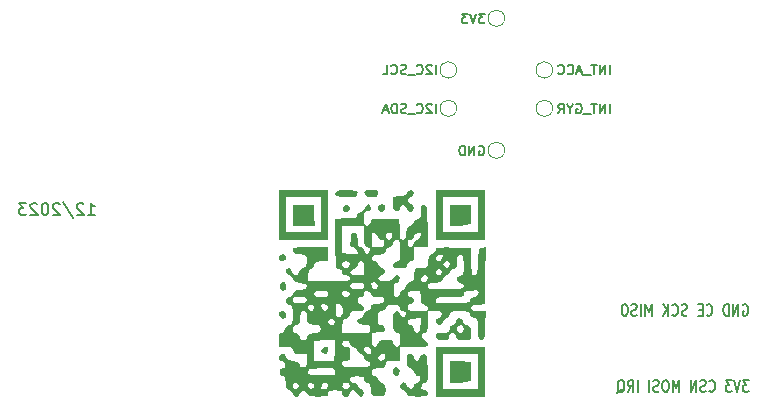
<source format=gbr>
%TF.GenerationSoftware,KiCad,Pcbnew,7.0.5*%
%TF.CreationDate,2023-12-13T15:43:58+01:00*%
%TF.ProjectId,Hexapod UGV v1.0,48657861-706f-4642-9055-47562076312e,rev?*%
%TF.SameCoordinates,Original*%
%TF.FileFunction,Legend,Bot*%
%TF.FilePolarity,Positive*%
%FSLAX46Y46*%
G04 Gerber Fmt 4.6, Leading zero omitted, Abs format (unit mm)*
G04 Created by KiCad (PCBNEW 7.0.5) date 2023-12-13 15:43:58*
%MOMM*%
%LPD*%
G01*
G04 APERTURE LIST*
%ADD10C,0.150000*%
%ADD11C,0.120000*%
G04 APERTURE END LIST*
D10*
X137124839Y-82190295D02*
X137124839Y-81390295D01*
X136781983Y-81466485D02*
X136743887Y-81428390D01*
X136743887Y-81428390D02*
X136667697Y-81390295D01*
X136667697Y-81390295D02*
X136477221Y-81390295D01*
X136477221Y-81390295D02*
X136401030Y-81428390D01*
X136401030Y-81428390D02*
X136362935Y-81466485D01*
X136362935Y-81466485D02*
X136324840Y-81542676D01*
X136324840Y-81542676D02*
X136324840Y-81618866D01*
X136324840Y-81618866D02*
X136362935Y-81733152D01*
X136362935Y-81733152D02*
X136820078Y-82190295D01*
X136820078Y-82190295D02*
X136324840Y-82190295D01*
X135524839Y-82114104D02*
X135562935Y-82152200D01*
X135562935Y-82152200D02*
X135677220Y-82190295D01*
X135677220Y-82190295D02*
X135753411Y-82190295D01*
X135753411Y-82190295D02*
X135867697Y-82152200D01*
X135867697Y-82152200D02*
X135943887Y-82076009D01*
X135943887Y-82076009D02*
X135981982Y-81999819D01*
X135981982Y-81999819D02*
X136020078Y-81847438D01*
X136020078Y-81847438D02*
X136020078Y-81733152D01*
X136020078Y-81733152D02*
X135981982Y-81580771D01*
X135981982Y-81580771D02*
X135943887Y-81504580D01*
X135943887Y-81504580D02*
X135867697Y-81428390D01*
X135867697Y-81428390D02*
X135753411Y-81390295D01*
X135753411Y-81390295D02*
X135677220Y-81390295D01*
X135677220Y-81390295D02*
X135562935Y-81428390D01*
X135562935Y-81428390D02*
X135524839Y-81466485D01*
X135372459Y-82266485D02*
X134762935Y-82266485D01*
X134610554Y-82152200D02*
X134496268Y-82190295D01*
X134496268Y-82190295D02*
X134305792Y-82190295D01*
X134305792Y-82190295D02*
X134229601Y-82152200D01*
X134229601Y-82152200D02*
X134191506Y-82114104D01*
X134191506Y-82114104D02*
X134153411Y-82037914D01*
X134153411Y-82037914D02*
X134153411Y-81961723D01*
X134153411Y-81961723D02*
X134191506Y-81885533D01*
X134191506Y-81885533D02*
X134229601Y-81847438D01*
X134229601Y-81847438D02*
X134305792Y-81809342D01*
X134305792Y-81809342D02*
X134458173Y-81771247D01*
X134458173Y-81771247D02*
X134534363Y-81733152D01*
X134534363Y-81733152D02*
X134572458Y-81695057D01*
X134572458Y-81695057D02*
X134610554Y-81618866D01*
X134610554Y-81618866D02*
X134610554Y-81542676D01*
X134610554Y-81542676D02*
X134572458Y-81466485D01*
X134572458Y-81466485D02*
X134534363Y-81428390D01*
X134534363Y-81428390D02*
X134458173Y-81390295D01*
X134458173Y-81390295D02*
X134267696Y-81390295D01*
X134267696Y-81390295D02*
X134153411Y-81428390D01*
X133810553Y-82190295D02*
X133810553Y-81390295D01*
X133810553Y-81390295D02*
X133620077Y-81390295D01*
X133620077Y-81390295D02*
X133505791Y-81428390D01*
X133505791Y-81428390D02*
X133429601Y-81504580D01*
X133429601Y-81504580D02*
X133391506Y-81580771D01*
X133391506Y-81580771D02*
X133353410Y-81733152D01*
X133353410Y-81733152D02*
X133353410Y-81847438D01*
X133353410Y-81847438D02*
X133391506Y-81999819D01*
X133391506Y-81999819D02*
X133429601Y-82076009D01*
X133429601Y-82076009D02*
X133505791Y-82152200D01*
X133505791Y-82152200D02*
X133620077Y-82190295D01*
X133620077Y-82190295D02*
X133810553Y-82190295D01*
X133048649Y-81961723D02*
X132667696Y-81961723D01*
X133124839Y-82190295D02*
X132858172Y-81390295D01*
X132858172Y-81390295D02*
X132591506Y-82190295D01*
X107648211Y-90801819D02*
X108219639Y-90801819D01*
X107933925Y-90801819D02*
X107933925Y-89801819D01*
X107933925Y-89801819D02*
X108029163Y-89944676D01*
X108029163Y-89944676D02*
X108124401Y-90039914D01*
X108124401Y-90039914D02*
X108219639Y-90087533D01*
X107267258Y-89897057D02*
X107219639Y-89849438D01*
X107219639Y-89849438D02*
X107124401Y-89801819D01*
X107124401Y-89801819D02*
X106886306Y-89801819D01*
X106886306Y-89801819D02*
X106791068Y-89849438D01*
X106791068Y-89849438D02*
X106743449Y-89897057D01*
X106743449Y-89897057D02*
X106695830Y-89992295D01*
X106695830Y-89992295D02*
X106695830Y-90087533D01*
X106695830Y-90087533D02*
X106743449Y-90230390D01*
X106743449Y-90230390D02*
X107314877Y-90801819D01*
X107314877Y-90801819D02*
X106695830Y-90801819D01*
X105552973Y-89754200D02*
X106410115Y-91039914D01*
X105267258Y-89897057D02*
X105219639Y-89849438D01*
X105219639Y-89849438D02*
X105124401Y-89801819D01*
X105124401Y-89801819D02*
X104886306Y-89801819D01*
X104886306Y-89801819D02*
X104791068Y-89849438D01*
X104791068Y-89849438D02*
X104743449Y-89897057D01*
X104743449Y-89897057D02*
X104695830Y-89992295D01*
X104695830Y-89992295D02*
X104695830Y-90087533D01*
X104695830Y-90087533D02*
X104743449Y-90230390D01*
X104743449Y-90230390D02*
X105314877Y-90801819D01*
X105314877Y-90801819D02*
X104695830Y-90801819D01*
X104076782Y-89801819D02*
X103981544Y-89801819D01*
X103981544Y-89801819D02*
X103886306Y-89849438D01*
X103886306Y-89849438D02*
X103838687Y-89897057D01*
X103838687Y-89897057D02*
X103791068Y-89992295D01*
X103791068Y-89992295D02*
X103743449Y-90182771D01*
X103743449Y-90182771D02*
X103743449Y-90420866D01*
X103743449Y-90420866D02*
X103791068Y-90611342D01*
X103791068Y-90611342D02*
X103838687Y-90706580D01*
X103838687Y-90706580D02*
X103886306Y-90754200D01*
X103886306Y-90754200D02*
X103981544Y-90801819D01*
X103981544Y-90801819D02*
X104076782Y-90801819D01*
X104076782Y-90801819D02*
X104172020Y-90754200D01*
X104172020Y-90754200D02*
X104219639Y-90706580D01*
X104219639Y-90706580D02*
X104267258Y-90611342D01*
X104267258Y-90611342D02*
X104314877Y-90420866D01*
X104314877Y-90420866D02*
X104314877Y-90182771D01*
X104314877Y-90182771D02*
X104267258Y-89992295D01*
X104267258Y-89992295D02*
X104219639Y-89897057D01*
X104219639Y-89897057D02*
X104172020Y-89849438D01*
X104172020Y-89849438D02*
X104076782Y-89801819D01*
X103362496Y-89897057D02*
X103314877Y-89849438D01*
X103314877Y-89849438D02*
X103219639Y-89801819D01*
X103219639Y-89801819D02*
X102981544Y-89801819D01*
X102981544Y-89801819D02*
X102886306Y-89849438D01*
X102886306Y-89849438D02*
X102838687Y-89897057D01*
X102838687Y-89897057D02*
X102791068Y-89992295D01*
X102791068Y-89992295D02*
X102791068Y-90087533D01*
X102791068Y-90087533D02*
X102838687Y-90230390D01*
X102838687Y-90230390D02*
X103410115Y-90801819D01*
X103410115Y-90801819D02*
X102791068Y-90801819D01*
X102457734Y-89801819D02*
X101838687Y-89801819D01*
X101838687Y-89801819D02*
X102172020Y-90182771D01*
X102172020Y-90182771D02*
X102029163Y-90182771D01*
X102029163Y-90182771D02*
X101933925Y-90230390D01*
X101933925Y-90230390D02*
X101886306Y-90278009D01*
X101886306Y-90278009D02*
X101838687Y-90373247D01*
X101838687Y-90373247D02*
X101838687Y-90611342D01*
X101838687Y-90611342D02*
X101886306Y-90706580D01*
X101886306Y-90706580D02*
X101933925Y-90754200D01*
X101933925Y-90754200D02*
X102029163Y-90801819D01*
X102029163Y-90801819D02*
X102314877Y-90801819D01*
X102314877Y-90801819D02*
X102410115Y-90754200D01*
X102410115Y-90754200D02*
X102457734Y-90706580D01*
X163121792Y-98395438D02*
X163197982Y-98347819D01*
X163197982Y-98347819D02*
X163312268Y-98347819D01*
X163312268Y-98347819D02*
X163426554Y-98395438D01*
X163426554Y-98395438D02*
X163502744Y-98490676D01*
X163502744Y-98490676D02*
X163540839Y-98585914D01*
X163540839Y-98585914D02*
X163578935Y-98776390D01*
X163578935Y-98776390D02*
X163578935Y-98919247D01*
X163578935Y-98919247D02*
X163540839Y-99109723D01*
X163540839Y-99109723D02*
X163502744Y-99204961D01*
X163502744Y-99204961D02*
X163426554Y-99300200D01*
X163426554Y-99300200D02*
X163312268Y-99347819D01*
X163312268Y-99347819D02*
X163236077Y-99347819D01*
X163236077Y-99347819D02*
X163121792Y-99300200D01*
X163121792Y-99300200D02*
X163083696Y-99252580D01*
X163083696Y-99252580D02*
X163083696Y-98919247D01*
X163083696Y-98919247D02*
X163236077Y-98919247D01*
X162740839Y-99347819D02*
X162740839Y-98347819D01*
X162740839Y-98347819D02*
X162283696Y-99347819D01*
X162283696Y-99347819D02*
X162283696Y-98347819D01*
X161902744Y-99347819D02*
X161902744Y-98347819D01*
X161902744Y-98347819D02*
X161712268Y-98347819D01*
X161712268Y-98347819D02*
X161597982Y-98395438D01*
X161597982Y-98395438D02*
X161521792Y-98490676D01*
X161521792Y-98490676D02*
X161483697Y-98585914D01*
X161483697Y-98585914D02*
X161445601Y-98776390D01*
X161445601Y-98776390D02*
X161445601Y-98919247D01*
X161445601Y-98919247D02*
X161483697Y-99109723D01*
X161483697Y-99109723D02*
X161521792Y-99204961D01*
X161521792Y-99204961D02*
X161597982Y-99300200D01*
X161597982Y-99300200D02*
X161712268Y-99347819D01*
X161712268Y-99347819D02*
X161902744Y-99347819D01*
X160036077Y-99252580D02*
X160074173Y-99300200D01*
X160074173Y-99300200D02*
X160188458Y-99347819D01*
X160188458Y-99347819D02*
X160264649Y-99347819D01*
X160264649Y-99347819D02*
X160378935Y-99300200D01*
X160378935Y-99300200D02*
X160455125Y-99204961D01*
X160455125Y-99204961D02*
X160493220Y-99109723D01*
X160493220Y-99109723D02*
X160531316Y-98919247D01*
X160531316Y-98919247D02*
X160531316Y-98776390D01*
X160531316Y-98776390D02*
X160493220Y-98585914D01*
X160493220Y-98585914D02*
X160455125Y-98490676D01*
X160455125Y-98490676D02*
X160378935Y-98395438D01*
X160378935Y-98395438D02*
X160264649Y-98347819D01*
X160264649Y-98347819D02*
X160188458Y-98347819D01*
X160188458Y-98347819D02*
X160074173Y-98395438D01*
X160074173Y-98395438D02*
X160036077Y-98443057D01*
X159693220Y-98824009D02*
X159426554Y-98824009D01*
X159312268Y-99347819D02*
X159693220Y-99347819D01*
X159693220Y-99347819D02*
X159693220Y-98347819D01*
X159693220Y-98347819D02*
X159312268Y-98347819D01*
X158397982Y-99300200D02*
X158283696Y-99347819D01*
X158283696Y-99347819D02*
X158093220Y-99347819D01*
X158093220Y-99347819D02*
X158017029Y-99300200D01*
X158017029Y-99300200D02*
X157978934Y-99252580D01*
X157978934Y-99252580D02*
X157940839Y-99157342D01*
X157940839Y-99157342D02*
X157940839Y-99062104D01*
X157940839Y-99062104D02*
X157978934Y-98966866D01*
X157978934Y-98966866D02*
X158017029Y-98919247D01*
X158017029Y-98919247D02*
X158093220Y-98871628D01*
X158093220Y-98871628D02*
X158245601Y-98824009D01*
X158245601Y-98824009D02*
X158321791Y-98776390D01*
X158321791Y-98776390D02*
X158359886Y-98728771D01*
X158359886Y-98728771D02*
X158397982Y-98633533D01*
X158397982Y-98633533D02*
X158397982Y-98538295D01*
X158397982Y-98538295D02*
X158359886Y-98443057D01*
X158359886Y-98443057D02*
X158321791Y-98395438D01*
X158321791Y-98395438D02*
X158245601Y-98347819D01*
X158245601Y-98347819D02*
X158055124Y-98347819D01*
X158055124Y-98347819D02*
X157940839Y-98395438D01*
X157140838Y-99252580D02*
X157178934Y-99300200D01*
X157178934Y-99300200D02*
X157293219Y-99347819D01*
X157293219Y-99347819D02*
X157369410Y-99347819D01*
X157369410Y-99347819D02*
X157483696Y-99300200D01*
X157483696Y-99300200D02*
X157559886Y-99204961D01*
X157559886Y-99204961D02*
X157597981Y-99109723D01*
X157597981Y-99109723D02*
X157636077Y-98919247D01*
X157636077Y-98919247D02*
X157636077Y-98776390D01*
X157636077Y-98776390D02*
X157597981Y-98585914D01*
X157597981Y-98585914D02*
X157559886Y-98490676D01*
X157559886Y-98490676D02*
X157483696Y-98395438D01*
X157483696Y-98395438D02*
X157369410Y-98347819D01*
X157369410Y-98347819D02*
X157293219Y-98347819D01*
X157293219Y-98347819D02*
X157178934Y-98395438D01*
X157178934Y-98395438D02*
X157140838Y-98443057D01*
X156797981Y-99347819D02*
X156797981Y-98347819D01*
X156340838Y-99347819D02*
X156683696Y-98776390D01*
X156340838Y-98347819D02*
X156797981Y-98919247D01*
X155388457Y-99347819D02*
X155388457Y-98347819D01*
X155388457Y-98347819D02*
X155121791Y-99062104D01*
X155121791Y-99062104D02*
X154855124Y-98347819D01*
X154855124Y-98347819D02*
X154855124Y-99347819D01*
X154474171Y-99347819D02*
X154474171Y-98347819D01*
X154131315Y-99300200D02*
X154017029Y-99347819D01*
X154017029Y-99347819D02*
X153826553Y-99347819D01*
X153826553Y-99347819D02*
X153750362Y-99300200D01*
X153750362Y-99300200D02*
X153712267Y-99252580D01*
X153712267Y-99252580D02*
X153674172Y-99157342D01*
X153674172Y-99157342D02*
X153674172Y-99062104D01*
X153674172Y-99062104D02*
X153712267Y-98966866D01*
X153712267Y-98966866D02*
X153750362Y-98919247D01*
X153750362Y-98919247D02*
X153826553Y-98871628D01*
X153826553Y-98871628D02*
X153978934Y-98824009D01*
X153978934Y-98824009D02*
X154055124Y-98776390D01*
X154055124Y-98776390D02*
X154093219Y-98728771D01*
X154093219Y-98728771D02*
X154131315Y-98633533D01*
X154131315Y-98633533D02*
X154131315Y-98538295D01*
X154131315Y-98538295D02*
X154093219Y-98443057D01*
X154093219Y-98443057D02*
X154055124Y-98395438D01*
X154055124Y-98395438D02*
X153978934Y-98347819D01*
X153978934Y-98347819D02*
X153788457Y-98347819D01*
X153788457Y-98347819D02*
X153674172Y-98395438D01*
X153178933Y-98347819D02*
X153026552Y-98347819D01*
X153026552Y-98347819D02*
X152950362Y-98395438D01*
X152950362Y-98395438D02*
X152874171Y-98490676D01*
X152874171Y-98490676D02*
X152836076Y-98681152D01*
X152836076Y-98681152D02*
X152836076Y-99014485D01*
X152836076Y-99014485D02*
X152874171Y-99204961D01*
X152874171Y-99204961D02*
X152950362Y-99300200D01*
X152950362Y-99300200D02*
X153026552Y-99347819D01*
X153026552Y-99347819D02*
X153178933Y-99347819D01*
X153178933Y-99347819D02*
X153255124Y-99300200D01*
X153255124Y-99300200D02*
X153331314Y-99204961D01*
X153331314Y-99204961D02*
X153369410Y-99014485D01*
X153369410Y-99014485D02*
X153369410Y-98681152D01*
X153369410Y-98681152D02*
X153331314Y-98490676D01*
X153331314Y-98490676D02*
X153255124Y-98395438D01*
X153255124Y-98395438D02*
X153178933Y-98347819D01*
X163617030Y-104787819D02*
X163121792Y-104787819D01*
X163121792Y-104787819D02*
X163388458Y-105168771D01*
X163388458Y-105168771D02*
X163274173Y-105168771D01*
X163274173Y-105168771D02*
X163197982Y-105216390D01*
X163197982Y-105216390D02*
X163159887Y-105264009D01*
X163159887Y-105264009D02*
X163121792Y-105359247D01*
X163121792Y-105359247D02*
X163121792Y-105597342D01*
X163121792Y-105597342D02*
X163159887Y-105692580D01*
X163159887Y-105692580D02*
X163197982Y-105740200D01*
X163197982Y-105740200D02*
X163274173Y-105787819D01*
X163274173Y-105787819D02*
X163502744Y-105787819D01*
X163502744Y-105787819D02*
X163578935Y-105740200D01*
X163578935Y-105740200D02*
X163617030Y-105692580D01*
X162893220Y-104787819D02*
X162626553Y-105787819D01*
X162626553Y-105787819D02*
X162359887Y-104787819D01*
X162169411Y-104787819D02*
X161674173Y-104787819D01*
X161674173Y-104787819D02*
X161940839Y-105168771D01*
X161940839Y-105168771D02*
X161826554Y-105168771D01*
X161826554Y-105168771D02*
X161750363Y-105216390D01*
X161750363Y-105216390D02*
X161712268Y-105264009D01*
X161712268Y-105264009D02*
X161674173Y-105359247D01*
X161674173Y-105359247D02*
X161674173Y-105597342D01*
X161674173Y-105597342D02*
X161712268Y-105692580D01*
X161712268Y-105692580D02*
X161750363Y-105740200D01*
X161750363Y-105740200D02*
X161826554Y-105787819D01*
X161826554Y-105787819D02*
X162055125Y-105787819D01*
X162055125Y-105787819D02*
X162131316Y-105740200D01*
X162131316Y-105740200D02*
X162169411Y-105692580D01*
X160264648Y-105692580D02*
X160302744Y-105740200D01*
X160302744Y-105740200D02*
X160417029Y-105787819D01*
X160417029Y-105787819D02*
X160493220Y-105787819D01*
X160493220Y-105787819D02*
X160607506Y-105740200D01*
X160607506Y-105740200D02*
X160683696Y-105644961D01*
X160683696Y-105644961D02*
X160721791Y-105549723D01*
X160721791Y-105549723D02*
X160759887Y-105359247D01*
X160759887Y-105359247D02*
X160759887Y-105216390D01*
X160759887Y-105216390D02*
X160721791Y-105025914D01*
X160721791Y-105025914D02*
X160683696Y-104930676D01*
X160683696Y-104930676D02*
X160607506Y-104835438D01*
X160607506Y-104835438D02*
X160493220Y-104787819D01*
X160493220Y-104787819D02*
X160417029Y-104787819D01*
X160417029Y-104787819D02*
X160302744Y-104835438D01*
X160302744Y-104835438D02*
X160264648Y-104883057D01*
X159959887Y-105740200D02*
X159845601Y-105787819D01*
X159845601Y-105787819D02*
X159655125Y-105787819D01*
X159655125Y-105787819D02*
X159578934Y-105740200D01*
X159578934Y-105740200D02*
X159540839Y-105692580D01*
X159540839Y-105692580D02*
X159502744Y-105597342D01*
X159502744Y-105597342D02*
X159502744Y-105502104D01*
X159502744Y-105502104D02*
X159540839Y-105406866D01*
X159540839Y-105406866D02*
X159578934Y-105359247D01*
X159578934Y-105359247D02*
X159655125Y-105311628D01*
X159655125Y-105311628D02*
X159807506Y-105264009D01*
X159807506Y-105264009D02*
X159883696Y-105216390D01*
X159883696Y-105216390D02*
X159921791Y-105168771D01*
X159921791Y-105168771D02*
X159959887Y-105073533D01*
X159959887Y-105073533D02*
X159959887Y-104978295D01*
X159959887Y-104978295D02*
X159921791Y-104883057D01*
X159921791Y-104883057D02*
X159883696Y-104835438D01*
X159883696Y-104835438D02*
X159807506Y-104787819D01*
X159807506Y-104787819D02*
X159617029Y-104787819D01*
X159617029Y-104787819D02*
X159502744Y-104835438D01*
X159159886Y-105787819D02*
X159159886Y-104787819D01*
X159159886Y-104787819D02*
X158702743Y-105787819D01*
X158702743Y-105787819D02*
X158702743Y-104787819D01*
X157712267Y-105787819D02*
X157712267Y-104787819D01*
X157712267Y-104787819D02*
X157445601Y-105502104D01*
X157445601Y-105502104D02*
X157178934Y-104787819D01*
X157178934Y-104787819D02*
X157178934Y-105787819D01*
X156645600Y-104787819D02*
X156493219Y-104787819D01*
X156493219Y-104787819D02*
X156417029Y-104835438D01*
X156417029Y-104835438D02*
X156340838Y-104930676D01*
X156340838Y-104930676D02*
X156302743Y-105121152D01*
X156302743Y-105121152D02*
X156302743Y-105454485D01*
X156302743Y-105454485D02*
X156340838Y-105644961D01*
X156340838Y-105644961D02*
X156417029Y-105740200D01*
X156417029Y-105740200D02*
X156493219Y-105787819D01*
X156493219Y-105787819D02*
X156645600Y-105787819D01*
X156645600Y-105787819D02*
X156721791Y-105740200D01*
X156721791Y-105740200D02*
X156797981Y-105644961D01*
X156797981Y-105644961D02*
X156836077Y-105454485D01*
X156836077Y-105454485D02*
X156836077Y-105121152D01*
X156836077Y-105121152D02*
X156797981Y-104930676D01*
X156797981Y-104930676D02*
X156721791Y-104835438D01*
X156721791Y-104835438D02*
X156645600Y-104787819D01*
X155997982Y-105740200D02*
X155883696Y-105787819D01*
X155883696Y-105787819D02*
X155693220Y-105787819D01*
X155693220Y-105787819D02*
X155617029Y-105740200D01*
X155617029Y-105740200D02*
X155578934Y-105692580D01*
X155578934Y-105692580D02*
X155540839Y-105597342D01*
X155540839Y-105597342D02*
X155540839Y-105502104D01*
X155540839Y-105502104D02*
X155578934Y-105406866D01*
X155578934Y-105406866D02*
X155617029Y-105359247D01*
X155617029Y-105359247D02*
X155693220Y-105311628D01*
X155693220Y-105311628D02*
X155845601Y-105264009D01*
X155845601Y-105264009D02*
X155921791Y-105216390D01*
X155921791Y-105216390D02*
X155959886Y-105168771D01*
X155959886Y-105168771D02*
X155997982Y-105073533D01*
X155997982Y-105073533D02*
X155997982Y-104978295D01*
X155997982Y-104978295D02*
X155959886Y-104883057D01*
X155959886Y-104883057D02*
X155921791Y-104835438D01*
X155921791Y-104835438D02*
X155845601Y-104787819D01*
X155845601Y-104787819D02*
X155655124Y-104787819D01*
X155655124Y-104787819D02*
X155540839Y-104835438D01*
X155197981Y-105787819D02*
X155197981Y-104787819D01*
X154207505Y-105787819D02*
X154207505Y-104787819D01*
X153369410Y-105787819D02*
X153636077Y-105311628D01*
X153826553Y-105787819D02*
X153826553Y-104787819D01*
X153826553Y-104787819D02*
X153521791Y-104787819D01*
X153521791Y-104787819D02*
X153445601Y-104835438D01*
X153445601Y-104835438D02*
X153407506Y-104883057D01*
X153407506Y-104883057D02*
X153369410Y-104978295D01*
X153369410Y-104978295D02*
X153369410Y-105121152D01*
X153369410Y-105121152D02*
X153407506Y-105216390D01*
X153407506Y-105216390D02*
X153445601Y-105264009D01*
X153445601Y-105264009D02*
X153521791Y-105311628D01*
X153521791Y-105311628D02*
X153826553Y-105311628D01*
X152493220Y-105883057D02*
X152569410Y-105835438D01*
X152569410Y-105835438D02*
X152645601Y-105740200D01*
X152645601Y-105740200D02*
X152759887Y-105597342D01*
X152759887Y-105597342D02*
X152836077Y-105549723D01*
X152836077Y-105549723D02*
X152912268Y-105549723D01*
X152874172Y-105787819D02*
X152950363Y-105740200D01*
X152950363Y-105740200D02*
X153026553Y-105644961D01*
X153026553Y-105644961D02*
X153064649Y-105454485D01*
X153064649Y-105454485D02*
X153064649Y-105121152D01*
X153064649Y-105121152D02*
X153026553Y-104930676D01*
X153026553Y-104930676D02*
X152950363Y-104835438D01*
X152950363Y-104835438D02*
X152874172Y-104787819D01*
X152874172Y-104787819D02*
X152721791Y-104787819D01*
X152721791Y-104787819D02*
X152645601Y-104835438D01*
X152645601Y-104835438D02*
X152569410Y-104930676D01*
X152569410Y-104930676D02*
X152531315Y-105121152D01*
X152531315Y-105121152D02*
X152531315Y-105454485D01*
X152531315Y-105454485D02*
X152569410Y-105644961D01*
X152569410Y-105644961D02*
X152645601Y-105740200D01*
X152645601Y-105740200D02*
X152721791Y-105787819D01*
X152721791Y-105787819D02*
X152874172Y-105787819D01*
X141265030Y-73770295D02*
X140769792Y-73770295D01*
X140769792Y-73770295D02*
X141036458Y-74075057D01*
X141036458Y-74075057D02*
X140922173Y-74075057D01*
X140922173Y-74075057D02*
X140845982Y-74113152D01*
X140845982Y-74113152D02*
X140807887Y-74151247D01*
X140807887Y-74151247D02*
X140769792Y-74227438D01*
X140769792Y-74227438D02*
X140769792Y-74417914D01*
X140769792Y-74417914D02*
X140807887Y-74494104D01*
X140807887Y-74494104D02*
X140845982Y-74532200D01*
X140845982Y-74532200D02*
X140922173Y-74570295D01*
X140922173Y-74570295D02*
X141150744Y-74570295D01*
X141150744Y-74570295D02*
X141226935Y-74532200D01*
X141226935Y-74532200D02*
X141265030Y-74494104D01*
X140541220Y-73770295D02*
X140274553Y-74570295D01*
X140274553Y-74570295D02*
X140007887Y-73770295D01*
X139817411Y-73770295D02*
X139322173Y-73770295D01*
X139322173Y-73770295D02*
X139588839Y-74075057D01*
X139588839Y-74075057D02*
X139474554Y-74075057D01*
X139474554Y-74075057D02*
X139398363Y-74113152D01*
X139398363Y-74113152D02*
X139360268Y-74151247D01*
X139360268Y-74151247D02*
X139322173Y-74227438D01*
X139322173Y-74227438D02*
X139322173Y-74417914D01*
X139322173Y-74417914D02*
X139360268Y-74494104D01*
X139360268Y-74494104D02*
X139398363Y-74532200D01*
X139398363Y-74532200D02*
X139474554Y-74570295D01*
X139474554Y-74570295D02*
X139703125Y-74570295D01*
X139703125Y-74570295D02*
X139779316Y-74532200D01*
X139779316Y-74532200D02*
X139817411Y-74494104D01*
X140769792Y-84984390D02*
X140845982Y-84946295D01*
X140845982Y-84946295D02*
X140960268Y-84946295D01*
X140960268Y-84946295D02*
X141074554Y-84984390D01*
X141074554Y-84984390D02*
X141150744Y-85060580D01*
X141150744Y-85060580D02*
X141188839Y-85136771D01*
X141188839Y-85136771D02*
X141226935Y-85289152D01*
X141226935Y-85289152D02*
X141226935Y-85403438D01*
X141226935Y-85403438D02*
X141188839Y-85555819D01*
X141188839Y-85555819D02*
X141150744Y-85632009D01*
X141150744Y-85632009D02*
X141074554Y-85708200D01*
X141074554Y-85708200D02*
X140960268Y-85746295D01*
X140960268Y-85746295D02*
X140884077Y-85746295D01*
X140884077Y-85746295D02*
X140769792Y-85708200D01*
X140769792Y-85708200D02*
X140731696Y-85670104D01*
X140731696Y-85670104D02*
X140731696Y-85403438D01*
X140731696Y-85403438D02*
X140884077Y-85403438D01*
X140388839Y-85746295D02*
X140388839Y-84946295D01*
X140388839Y-84946295D02*
X139931696Y-85746295D01*
X139931696Y-85746295D02*
X139931696Y-84946295D01*
X139550744Y-85746295D02*
X139550744Y-84946295D01*
X139550744Y-84946295D02*
X139360268Y-84946295D01*
X139360268Y-84946295D02*
X139245982Y-84984390D01*
X139245982Y-84984390D02*
X139169792Y-85060580D01*
X139169792Y-85060580D02*
X139131697Y-85136771D01*
X139131697Y-85136771D02*
X139093601Y-85289152D01*
X139093601Y-85289152D02*
X139093601Y-85403438D01*
X139093601Y-85403438D02*
X139131697Y-85555819D01*
X139131697Y-85555819D02*
X139169792Y-85632009D01*
X139169792Y-85632009D02*
X139245982Y-85708200D01*
X139245982Y-85708200D02*
X139360268Y-85746295D01*
X139360268Y-85746295D02*
X139550744Y-85746295D01*
X137124839Y-78888295D02*
X137124839Y-78088295D01*
X136781983Y-78164485D02*
X136743887Y-78126390D01*
X136743887Y-78126390D02*
X136667697Y-78088295D01*
X136667697Y-78088295D02*
X136477221Y-78088295D01*
X136477221Y-78088295D02*
X136401030Y-78126390D01*
X136401030Y-78126390D02*
X136362935Y-78164485D01*
X136362935Y-78164485D02*
X136324840Y-78240676D01*
X136324840Y-78240676D02*
X136324840Y-78316866D01*
X136324840Y-78316866D02*
X136362935Y-78431152D01*
X136362935Y-78431152D02*
X136820078Y-78888295D01*
X136820078Y-78888295D02*
X136324840Y-78888295D01*
X135524839Y-78812104D02*
X135562935Y-78850200D01*
X135562935Y-78850200D02*
X135677220Y-78888295D01*
X135677220Y-78888295D02*
X135753411Y-78888295D01*
X135753411Y-78888295D02*
X135867697Y-78850200D01*
X135867697Y-78850200D02*
X135943887Y-78774009D01*
X135943887Y-78774009D02*
X135981982Y-78697819D01*
X135981982Y-78697819D02*
X136020078Y-78545438D01*
X136020078Y-78545438D02*
X136020078Y-78431152D01*
X136020078Y-78431152D02*
X135981982Y-78278771D01*
X135981982Y-78278771D02*
X135943887Y-78202580D01*
X135943887Y-78202580D02*
X135867697Y-78126390D01*
X135867697Y-78126390D02*
X135753411Y-78088295D01*
X135753411Y-78088295D02*
X135677220Y-78088295D01*
X135677220Y-78088295D02*
X135562935Y-78126390D01*
X135562935Y-78126390D02*
X135524839Y-78164485D01*
X135372459Y-78964485D02*
X134762935Y-78964485D01*
X134610554Y-78850200D02*
X134496268Y-78888295D01*
X134496268Y-78888295D02*
X134305792Y-78888295D01*
X134305792Y-78888295D02*
X134229601Y-78850200D01*
X134229601Y-78850200D02*
X134191506Y-78812104D01*
X134191506Y-78812104D02*
X134153411Y-78735914D01*
X134153411Y-78735914D02*
X134153411Y-78659723D01*
X134153411Y-78659723D02*
X134191506Y-78583533D01*
X134191506Y-78583533D02*
X134229601Y-78545438D01*
X134229601Y-78545438D02*
X134305792Y-78507342D01*
X134305792Y-78507342D02*
X134458173Y-78469247D01*
X134458173Y-78469247D02*
X134534363Y-78431152D01*
X134534363Y-78431152D02*
X134572458Y-78393057D01*
X134572458Y-78393057D02*
X134610554Y-78316866D01*
X134610554Y-78316866D02*
X134610554Y-78240676D01*
X134610554Y-78240676D02*
X134572458Y-78164485D01*
X134572458Y-78164485D02*
X134534363Y-78126390D01*
X134534363Y-78126390D02*
X134458173Y-78088295D01*
X134458173Y-78088295D02*
X134267696Y-78088295D01*
X134267696Y-78088295D02*
X134153411Y-78126390D01*
X133353410Y-78812104D02*
X133391506Y-78850200D01*
X133391506Y-78850200D02*
X133505791Y-78888295D01*
X133505791Y-78888295D02*
X133581982Y-78888295D01*
X133581982Y-78888295D02*
X133696268Y-78850200D01*
X133696268Y-78850200D02*
X133772458Y-78774009D01*
X133772458Y-78774009D02*
X133810553Y-78697819D01*
X133810553Y-78697819D02*
X133848649Y-78545438D01*
X133848649Y-78545438D02*
X133848649Y-78431152D01*
X133848649Y-78431152D02*
X133810553Y-78278771D01*
X133810553Y-78278771D02*
X133772458Y-78202580D01*
X133772458Y-78202580D02*
X133696268Y-78126390D01*
X133696268Y-78126390D02*
X133581982Y-78088295D01*
X133581982Y-78088295D02*
X133505791Y-78088295D01*
X133505791Y-78088295D02*
X133391506Y-78126390D01*
X133391506Y-78126390D02*
X133353410Y-78164485D01*
X132629601Y-78888295D02*
X133010553Y-78888295D01*
X133010553Y-78888295D02*
X133010553Y-78088295D01*
X151856839Y-78888295D02*
X151856839Y-78088295D01*
X151475887Y-78888295D02*
X151475887Y-78088295D01*
X151475887Y-78088295D02*
X151018744Y-78888295D01*
X151018744Y-78888295D02*
X151018744Y-78088295D01*
X150752078Y-78088295D02*
X150294935Y-78088295D01*
X150523507Y-78888295D02*
X150523507Y-78088295D01*
X150218745Y-78964485D02*
X149609221Y-78964485D01*
X149456840Y-78659723D02*
X149075887Y-78659723D01*
X149533030Y-78888295D02*
X149266363Y-78088295D01*
X149266363Y-78088295D02*
X148999697Y-78888295D01*
X148275887Y-78812104D02*
X148313983Y-78850200D01*
X148313983Y-78850200D02*
X148428268Y-78888295D01*
X148428268Y-78888295D02*
X148504459Y-78888295D01*
X148504459Y-78888295D02*
X148618745Y-78850200D01*
X148618745Y-78850200D02*
X148694935Y-78774009D01*
X148694935Y-78774009D02*
X148733030Y-78697819D01*
X148733030Y-78697819D02*
X148771126Y-78545438D01*
X148771126Y-78545438D02*
X148771126Y-78431152D01*
X148771126Y-78431152D02*
X148733030Y-78278771D01*
X148733030Y-78278771D02*
X148694935Y-78202580D01*
X148694935Y-78202580D02*
X148618745Y-78126390D01*
X148618745Y-78126390D02*
X148504459Y-78088295D01*
X148504459Y-78088295D02*
X148428268Y-78088295D01*
X148428268Y-78088295D02*
X148313983Y-78126390D01*
X148313983Y-78126390D02*
X148275887Y-78164485D01*
X147475887Y-78812104D02*
X147513983Y-78850200D01*
X147513983Y-78850200D02*
X147628268Y-78888295D01*
X147628268Y-78888295D02*
X147704459Y-78888295D01*
X147704459Y-78888295D02*
X147818745Y-78850200D01*
X147818745Y-78850200D02*
X147894935Y-78774009D01*
X147894935Y-78774009D02*
X147933030Y-78697819D01*
X147933030Y-78697819D02*
X147971126Y-78545438D01*
X147971126Y-78545438D02*
X147971126Y-78431152D01*
X147971126Y-78431152D02*
X147933030Y-78278771D01*
X147933030Y-78278771D02*
X147894935Y-78202580D01*
X147894935Y-78202580D02*
X147818745Y-78126390D01*
X147818745Y-78126390D02*
X147704459Y-78088295D01*
X147704459Y-78088295D02*
X147628268Y-78088295D01*
X147628268Y-78088295D02*
X147513983Y-78126390D01*
X147513983Y-78126390D02*
X147475887Y-78164485D01*
X151856839Y-82190295D02*
X151856839Y-81390295D01*
X151475887Y-82190295D02*
X151475887Y-81390295D01*
X151475887Y-81390295D02*
X151018744Y-82190295D01*
X151018744Y-82190295D02*
X151018744Y-81390295D01*
X150752078Y-81390295D02*
X150294935Y-81390295D01*
X150523507Y-82190295D02*
X150523507Y-81390295D01*
X150218745Y-82266485D02*
X149609221Y-82266485D01*
X148999697Y-81428390D02*
X149075887Y-81390295D01*
X149075887Y-81390295D02*
X149190173Y-81390295D01*
X149190173Y-81390295D02*
X149304459Y-81428390D01*
X149304459Y-81428390D02*
X149380649Y-81504580D01*
X149380649Y-81504580D02*
X149418744Y-81580771D01*
X149418744Y-81580771D02*
X149456840Y-81733152D01*
X149456840Y-81733152D02*
X149456840Y-81847438D01*
X149456840Y-81847438D02*
X149418744Y-81999819D01*
X149418744Y-81999819D02*
X149380649Y-82076009D01*
X149380649Y-82076009D02*
X149304459Y-82152200D01*
X149304459Y-82152200D02*
X149190173Y-82190295D01*
X149190173Y-82190295D02*
X149113982Y-82190295D01*
X149113982Y-82190295D02*
X148999697Y-82152200D01*
X148999697Y-82152200D02*
X148961601Y-82114104D01*
X148961601Y-82114104D02*
X148961601Y-81847438D01*
X148961601Y-81847438D02*
X149113982Y-81847438D01*
X148466363Y-81809342D02*
X148466363Y-82190295D01*
X148733030Y-81390295D02*
X148466363Y-81809342D01*
X148466363Y-81809342D02*
X148199697Y-81390295D01*
X147475887Y-82190295D02*
X147742554Y-81809342D01*
X147933030Y-82190295D02*
X147933030Y-81390295D01*
X147933030Y-81390295D02*
X147628268Y-81390295D01*
X147628268Y-81390295D02*
X147552078Y-81428390D01*
X147552078Y-81428390D02*
X147513983Y-81466485D01*
X147513983Y-81466485D02*
X147475887Y-81542676D01*
X147475887Y-81542676D02*
X147475887Y-81656961D01*
X147475887Y-81656961D02*
X147513983Y-81733152D01*
X147513983Y-81733152D02*
X147552078Y-81771247D01*
X147552078Y-81771247D02*
X147628268Y-81809342D01*
X147628268Y-81809342D02*
X147933030Y-81809342D01*
D11*
%TO.C,TP6*%
X147004000Y-81788000D02*
G75*
G03*
X147004000Y-81788000I-700000J0D01*
G01*
%TO.C,TP3*%
X138876000Y-78532800D02*
G75*
G03*
X138876000Y-78532800I-700000J0D01*
G01*
%TO.C,G\u002A\u002A\u002A*%
G36*
X126814044Y-90820984D02*
G01*
X126852959Y-91709326D01*
X125919689Y-91709326D01*
X124986419Y-91709326D01*
X125025334Y-90820984D01*
X125064249Y-89932643D01*
X125919689Y-89932643D01*
X126775129Y-89932643D01*
X126814044Y-90820984D01*
G37*
G36*
X133931891Y-103761272D02*
G01*
X134057365Y-103981484D01*
X134027950Y-104287447D01*
X133945424Y-104410767D01*
X133751638Y-104459375D01*
X133568412Y-104337569D01*
X133487047Y-104080311D01*
X133527341Y-103867113D01*
X133717755Y-103710470D01*
X133931891Y-103761272D01*
G37*
G36*
X127954312Y-102018552D02*
G01*
X128025389Y-102206736D01*
X128011501Y-102352333D01*
X127933102Y-102549455D01*
X127741785Y-102622064D01*
X127529911Y-102526782D01*
X127433161Y-102301825D01*
X127481630Y-102129113D01*
X127729275Y-101998360D01*
X127954312Y-102018552D01*
G37*
G36*
X124324637Y-96522930D02*
G01*
X124450111Y-96743142D01*
X124420696Y-97049105D01*
X124338170Y-97172425D01*
X124144384Y-97221033D01*
X123961158Y-97099227D01*
X123879793Y-96841969D01*
X123920087Y-96628771D01*
X124110502Y-96472128D01*
X124324637Y-96522930D01*
G37*
G36*
X124221682Y-98968513D02*
G01*
X124427793Y-99133853D01*
X124418278Y-99424319D01*
X124359456Y-99518566D01*
X124163621Y-99584873D01*
X123956918Y-99482555D01*
X123837738Y-99242438D01*
X123861510Y-99013462D01*
X124060282Y-98947668D01*
X124221682Y-98968513D01*
G37*
G36*
X132789534Y-89972124D02*
G01*
X132846799Y-90064211D01*
X132850621Y-90318615D01*
X132764985Y-90443861D01*
X132546545Y-90528611D01*
X132332977Y-90462768D01*
X132236788Y-90257528D01*
X132237161Y-90239973D01*
X132341433Y-89992775D01*
X132559919Y-89885750D01*
X132789534Y-89972124D01*
G37*
G36*
X129713386Y-89981165D02*
G01*
X129844127Y-90228757D01*
X129852934Y-90318808D01*
X129790317Y-90484284D01*
X129538860Y-90524871D01*
X129433718Y-90521475D01*
X129250053Y-90448054D01*
X129233593Y-90228757D01*
X129303508Y-90040167D01*
X129538860Y-89932643D01*
X129713386Y-89981165D01*
G37*
G36*
X124366736Y-94183523D02*
G01*
X124424001Y-94275610D01*
X124427823Y-94530014D01*
X124342187Y-94655260D01*
X124123747Y-94740010D01*
X123910179Y-94674167D01*
X123813990Y-94468927D01*
X123814363Y-94451372D01*
X123918635Y-94204174D01*
X124137121Y-94097149D01*
X124366736Y-94183523D01*
G37*
G36*
X140107734Y-90640789D02*
G01*
X140117740Y-90915696D01*
X140110969Y-91301844D01*
X140078963Y-91529131D01*
X139981084Y-91619635D01*
X139677313Y-91687890D01*
X139144231Y-91709326D01*
X138278647Y-91709326D01*
X138317562Y-90820984D01*
X138356477Y-89932643D01*
X139211917Y-89932643D01*
X140067357Y-89932643D01*
X140107734Y-90640789D01*
G37*
G36*
X139179016Y-103185956D02*
G01*
X140067357Y-103224871D01*
X140107734Y-103933017D01*
X140117740Y-104207924D01*
X140110969Y-104594072D01*
X140078963Y-104821359D01*
X139983835Y-104910630D01*
X139681845Y-104979803D01*
X139150244Y-105001554D01*
X138290674Y-105001554D01*
X138290674Y-104074298D01*
X138290674Y-103147041D01*
X139179016Y-103185956D01*
G37*
G36*
X132009426Y-88700450D02*
G01*
X132190570Y-88772352D01*
X132236788Y-88923662D01*
X132223679Y-89059288D01*
X132142787Y-89258940D01*
X132129635Y-89269040D01*
X131918827Y-89315712D01*
X131583460Y-89313776D01*
X131404884Y-89291747D01*
X131165867Y-89191415D01*
X131076080Y-88978497D01*
X131067105Y-88897186D01*
X131100687Y-88755192D01*
X131268720Y-88694921D01*
X131635406Y-88682383D01*
X132009426Y-88700450D01*
G37*
G36*
X130320691Y-88763391D02*
G01*
X130497632Y-88905888D01*
X130479386Y-89140213D01*
X130441623Y-89206899D01*
X130294912Y-89291043D01*
X130002979Y-89323146D01*
X129507766Y-89313567D01*
X129046061Y-89285602D01*
X128770226Y-89238260D01*
X128646316Y-89153276D01*
X128617617Y-89011399D01*
X128636906Y-88887306D01*
X128744682Y-88792339D01*
X128999598Y-88739695D01*
X129459690Y-88708498D01*
X129927139Y-88703652D01*
X130320691Y-88763391D01*
G37*
G36*
X141317617Y-104080311D02*
G01*
X141317617Y-106186010D01*
X139211917Y-106186010D01*
X137106218Y-106186010D01*
X137106218Y-105546424D01*
X137744751Y-105546424D01*
X139202196Y-105570103D01*
X139713329Y-105576305D01*
X140204929Y-105577322D01*
X140539703Y-105572069D01*
X140664488Y-105560881D01*
X140666480Y-105457923D01*
X140669146Y-105139204D01*
X140671841Y-104658566D01*
X140674208Y-104070562D01*
X140679083Y-102613145D01*
X139211917Y-102613145D01*
X137744751Y-102613145D01*
X137744751Y-104079784D01*
X137744751Y-105546424D01*
X137106218Y-105546424D01*
X137106218Y-104080311D01*
X137106218Y-101974611D01*
X139211917Y-101974611D01*
X141317617Y-101974611D01*
X141317617Y-102613145D01*
X141317617Y-104080311D01*
G37*
G36*
X141317617Y-90788083D02*
G01*
X141317617Y-92893782D01*
X139211917Y-92893782D01*
X137106218Y-92893782D01*
X137106218Y-92254196D01*
X137744751Y-92254196D01*
X139202196Y-92277875D01*
X139713329Y-92284077D01*
X140204929Y-92285094D01*
X140539703Y-92279841D01*
X140664488Y-92268653D01*
X140666480Y-92165695D01*
X140669146Y-91846976D01*
X140671841Y-91366338D01*
X140674208Y-90778334D01*
X140679083Y-89320917D01*
X139211917Y-89320917D01*
X137744751Y-89320917D01*
X137744751Y-90787556D01*
X137744751Y-92254196D01*
X137106218Y-92254196D01*
X137106218Y-90788083D01*
X137106218Y-88682383D01*
X139211917Y-88682383D01*
X141317617Y-88682383D01*
X141317617Y-89320917D01*
X141317617Y-90788083D01*
G37*
G36*
X128025389Y-90788083D02*
G01*
X128025389Y-92893782D01*
X125919689Y-92893782D01*
X123813990Y-92893782D01*
X123813990Y-92254196D01*
X124452523Y-92254196D01*
X125909968Y-92277875D01*
X126421101Y-92284077D01*
X126912701Y-92285094D01*
X127247475Y-92279841D01*
X127372260Y-92268653D01*
X127374252Y-92165695D01*
X127376918Y-91846976D01*
X127379613Y-91366338D01*
X127381980Y-90778334D01*
X127386855Y-89320917D01*
X125919689Y-89320917D01*
X124452523Y-89320917D01*
X124452523Y-90787556D01*
X124452523Y-92254196D01*
X123813990Y-92254196D01*
X123813990Y-90788083D01*
X123813990Y-88682383D01*
X125919689Y-88682383D01*
X128025389Y-88682383D01*
X128025389Y-89320917D01*
X128025389Y-90788083D01*
G37*
G36*
X135174175Y-88743660D02*
G01*
X135269473Y-88934380D01*
X135212275Y-89155145D01*
X135000518Y-89302282D01*
X134847934Y-89385529D01*
X134737306Y-89603627D01*
X134786374Y-89751247D01*
X135000518Y-89904972D01*
X135150896Y-89986601D01*
X135263731Y-90249337D01*
X135202454Y-90435315D01*
X135011734Y-90530613D01*
X134790969Y-90473415D01*
X134643832Y-90261658D01*
X134561310Y-90103604D01*
X134362707Y-89999064D01*
X134167431Y-90055360D01*
X134079275Y-90270811D01*
X134079269Y-90273922D01*
X134014989Y-90476190D01*
X133783161Y-90501122D01*
X133750552Y-90496008D01*
X133581020Y-90424501D01*
X133504755Y-90239561D01*
X133487047Y-89866839D01*
X133487047Y-89274611D01*
X134032829Y-89234805D01*
X134232267Y-89213674D01*
X134522121Y-89120509D01*
X134645638Y-88938691D01*
X134727481Y-88792352D01*
X134988197Y-88682383D01*
X135174175Y-88743660D01*
G37*
G36*
X140109532Y-100638176D02*
G01*
X140110538Y-100648969D01*
X140117357Y-101010738D01*
X140077834Y-101270932D01*
X140052746Y-101316751D01*
X139851237Y-101417082D01*
X139443432Y-101422911D01*
X139108478Y-101380533D01*
X138913525Y-101280887D01*
X138840847Y-101086269D01*
X138774033Y-100903577D01*
X138553886Y-100790155D01*
X138395769Y-100839568D01*
X138266925Y-101086269D01*
X138211756Y-101262167D01*
X138046716Y-101359092D01*
X137698446Y-101382383D01*
X137383327Y-101365403D01*
X137198931Y-101280311D01*
X137129966Y-101086269D01*
X137120991Y-101004958D01*
X137154573Y-100862964D01*
X137322606Y-100802693D01*
X137689292Y-100790155D01*
X137864045Y-100788674D01*
X138147767Y-100759426D01*
X138266623Y-100663025D01*
X138290674Y-100461140D01*
X138948705Y-100461140D01*
X139005516Y-100713044D01*
X139211917Y-100790155D01*
X139413440Y-100719142D01*
X139475129Y-100461140D01*
X139418318Y-100209236D01*
X139211917Y-100132124D01*
X139010394Y-100203138D01*
X138948705Y-100461140D01*
X138290674Y-100461140D01*
X138344105Y-100214247D01*
X138544733Y-100132124D01*
X138710481Y-100083571D01*
X138840847Y-99836010D01*
X138913194Y-99652563D01*
X139110994Y-99534730D01*
X139324954Y-99592718D01*
X139450321Y-99827918D01*
X139518883Y-100004911D01*
X139779336Y-100156933D01*
X139853584Y-100172287D01*
X140032492Y-100312039D01*
X140067713Y-100461140D01*
X140109532Y-100638176D01*
G37*
G36*
X136224206Y-102579882D02*
G01*
X136312015Y-102658625D01*
X136365830Y-102852742D01*
X136397838Y-103211507D01*
X136420224Y-103784197D01*
X136434158Y-104340385D01*
X136427898Y-104704057D01*
X136391361Y-104902405D01*
X136315161Y-104985035D01*
X136189913Y-105001554D01*
X136031971Y-105038302D01*
X135921762Y-105198964D01*
X135919063Y-105285122D01*
X135888860Y-105494904D01*
X135920552Y-105553113D01*
X136119171Y-105593609D01*
X136293617Y-105642227D01*
X136424438Y-105889896D01*
X136430570Y-105937381D01*
X136420544Y-106075727D01*
X136314090Y-106150138D01*
X136055629Y-106180328D01*
X135589578Y-106186010D01*
X135206123Y-106180493D01*
X134884727Y-106147875D01*
X134718737Y-106071461D01*
X134647014Y-105934965D01*
X134572353Y-105789981D01*
X134330319Y-105618271D01*
X134186754Y-105535905D01*
X134079275Y-105277088D01*
X134140551Y-105091110D01*
X134331271Y-104995812D01*
X134552037Y-105053010D01*
X134699173Y-105264767D01*
X134784285Y-105416823D01*
X135015868Y-105527979D01*
X135169345Y-105486383D01*
X135263731Y-105264767D01*
X135306989Y-105094614D01*
X135526943Y-105001554D01*
X135680436Y-104964914D01*
X135790155Y-104804145D01*
X135790063Y-104718002D01*
X135789031Y-104509418D01*
X135754219Y-104458211D01*
X135558720Y-104410714D01*
X135413295Y-104358162D01*
X135288539Y-104121305D01*
X135219977Y-103944312D01*
X134959524Y-103792290D01*
X134935893Y-103788647D01*
X134766671Y-103718009D01*
X134689710Y-103532704D01*
X134671503Y-103159067D01*
X134671603Y-103116523D01*
X134692447Y-102766490D01*
X134770228Y-102605589D01*
X134934715Y-102566839D01*
X135109241Y-102615362D01*
X135239982Y-102862953D01*
X135306796Y-103045646D01*
X135526943Y-103159067D01*
X135685060Y-103109655D01*
X135813904Y-102862953D01*
X135883819Y-102674364D01*
X136119171Y-102566839D01*
X136224206Y-102579882D01*
G37*
G36*
X136455614Y-93551814D02*
G01*
X135859672Y-93551814D01*
X135263731Y-93551814D01*
X135263731Y-94144041D01*
X135263712Y-94161974D01*
X135244248Y-94524969D01*
X135168993Y-94694430D01*
X135009671Y-94736269D01*
X134843923Y-94784822D01*
X134713557Y-95032383D01*
X134708443Y-95064993D01*
X134636936Y-95234524D01*
X134451996Y-95310789D01*
X134079275Y-95328497D01*
X134036730Y-95328397D01*
X133686697Y-95307553D01*
X133525796Y-95229772D01*
X133487047Y-95065285D01*
X133535570Y-94890759D01*
X133783161Y-94760018D01*
X133821908Y-94753946D01*
X133962475Y-94701307D01*
X134039795Y-94565803D01*
X134072512Y-94287352D01*
X134079275Y-93805873D01*
X134079267Y-93783203D01*
X134070913Y-93309866D01*
X134059664Y-93222798D01*
X134737306Y-93222798D01*
X134794117Y-93474702D01*
X135000518Y-93551814D01*
X135202041Y-93480800D01*
X135263731Y-93222798D01*
X135314802Y-92979713D01*
X135511594Y-92893782D01*
X135573049Y-92883696D01*
X135760258Y-92738392D01*
X135869588Y-92512145D01*
X135834024Y-92323489D01*
X135788322Y-92293575D01*
X135575904Y-92308613D01*
X135361530Y-92448400D01*
X135263731Y-92645919D01*
X135222134Y-92799397D01*
X135000518Y-92893782D01*
X134798995Y-92964796D01*
X134737306Y-93222798D01*
X134059664Y-93222798D01*
X134036212Y-93041279D01*
X133959526Y-92921299D01*
X133825215Y-92893782D01*
X133659467Y-92942335D01*
X133529101Y-93189896D01*
X133516615Y-93222798D01*
X133458709Y-93375393D01*
X133199025Y-93527005D01*
X133022032Y-93595567D01*
X132893938Y-93815026D01*
X132870010Y-93856020D01*
X132813620Y-94023393D01*
X132636274Y-94133348D01*
X132269689Y-94184510D01*
X131959407Y-94221712D01*
X131761878Y-94311178D01*
X131710363Y-94480624D01*
X131752657Y-94642323D01*
X131973575Y-94736269D01*
X132139321Y-94776930D01*
X132236788Y-94990329D01*
X132285340Y-95156077D01*
X132532902Y-95286443D01*
X132721491Y-95356358D01*
X132829016Y-95591710D01*
X132780493Y-95766236D01*
X132532902Y-95896977D01*
X132468197Y-95920725D01*
X132347753Y-95964930D01*
X132236788Y-96193091D01*
X132277969Y-96351883D01*
X132448141Y-96428204D01*
X132813666Y-96447150D01*
X133137714Y-96431931D01*
X133361623Y-96354502D01*
X133459376Y-96183938D01*
X133541005Y-96033560D01*
X133803741Y-95920725D01*
X133989719Y-95982002D01*
X134085017Y-96172722D01*
X134027819Y-96393487D01*
X133816062Y-96540624D01*
X133670025Y-96612170D01*
X133577100Y-96806169D01*
X133573837Y-96857318D01*
X133552850Y-97186334D01*
X133552864Y-97201879D01*
X133572418Y-97558726D01*
X133649886Y-97723340D01*
X133816062Y-97763212D01*
X133992472Y-97715810D01*
X134074587Y-97500000D01*
X134737306Y-97500000D01*
X134783579Y-97674784D01*
X135009671Y-97763212D01*
X135012782Y-97763218D01*
X135215050Y-97827498D01*
X135235630Y-98018858D01*
X135239982Y-98059326D01*
X135172919Y-98240472D01*
X134968741Y-98356828D01*
X134848464Y-98372087D01*
X134738430Y-98455532D01*
X134737985Y-98510277D01*
X134737306Y-98750259D01*
X134743570Y-98795061D01*
X134846226Y-98887397D01*
X135112917Y-98934489D01*
X135592746Y-98947668D01*
X136012593Y-98941245D01*
X136293066Y-98908228D01*
X136419025Y-98831396D01*
X136448186Y-98693609D01*
X136399634Y-98527861D01*
X136152072Y-98397495D01*
X136126090Y-98393491D01*
X135952155Y-98322245D01*
X135870692Y-98136859D01*
X135863372Y-98026425D01*
X137106218Y-98026425D01*
X137107696Y-98072333D01*
X137141901Y-98172975D01*
X137256351Y-98236622D01*
X137496783Y-98271678D01*
X137908933Y-98286548D01*
X138538537Y-98289637D01*
X138714501Y-98289486D01*
X139290526Y-98283515D01*
X139663045Y-98262642D01*
X139880070Y-98218449D01*
X139989613Y-98142516D01*
X140039687Y-98026425D01*
X140121812Y-97876612D01*
X140368703Y-97763212D01*
X140525760Y-97720968D01*
X140695725Y-97507621D01*
X140734083Y-97316432D01*
X140683130Y-97214614D01*
X140482769Y-97189820D01*
X140076638Y-97215452D01*
X139721317Y-97261022D01*
X139526293Y-97351179D01*
X139475129Y-97513252D01*
X139465175Y-97601331D01*
X139392171Y-97687899D01*
X139205246Y-97736738D01*
X138854659Y-97758343D01*
X138290674Y-97763212D01*
X137823656Y-97765761D01*
X137434631Y-97782171D01*
X137218781Y-97823662D01*
X137126009Y-97901370D01*
X137106218Y-98026425D01*
X135863372Y-98026425D01*
X135845925Y-97763212D01*
X135838598Y-97583798D01*
X135801826Y-97300752D01*
X135747221Y-97203886D01*
X135736418Y-97207086D01*
X135531207Y-97228165D01*
X135197927Y-97236788D01*
X134989983Y-97245391D01*
X134788832Y-97318588D01*
X134737306Y-97500000D01*
X134074587Y-97500000D01*
X134079275Y-97487679D01*
X134119830Y-97319746D01*
X134335092Y-97145248D01*
X134492753Y-97052005D01*
X134602296Y-96849180D01*
X136448186Y-96849180D01*
X136451131Y-96905333D01*
X136493369Y-96997314D01*
X136621122Y-97055776D01*
X136878808Y-97088232D01*
X137310848Y-97102196D01*
X137961658Y-97105181D01*
X138282789Y-97104710D01*
X138830387Y-97097651D01*
X139179036Y-97076212D01*
X139373121Y-97032945D01*
X139457025Y-96960399D01*
X139475129Y-96851122D01*
X139426577Y-96685374D01*
X139179016Y-96555008D01*
X138990426Y-96485093D01*
X138882902Y-96249741D01*
X138931424Y-96075215D01*
X139179016Y-95944474D01*
X139181135Y-95944171D01*
X139340990Y-95898125D01*
X139429393Y-95776413D01*
X139467166Y-95516570D01*
X139475129Y-95056132D01*
X139473858Y-94875452D01*
X139450520Y-94472880D01*
X139388965Y-94267406D01*
X139277720Y-94209845D01*
X139182755Y-94211941D01*
X138999287Y-94263089D01*
X138983213Y-94297506D01*
X138918380Y-94436319D01*
X138894445Y-94802073D01*
X138879657Y-94999482D01*
X138871511Y-95108223D01*
X138782482Y-95299197D01*
X138586788Y-95370552D01*
X138401639Y-95438505D01*
X138295126Y-95657513D01*
X138290674Y-95666666D01*
X138251247Y-95822124D01*
X138036614Y-95920725D01*
X137870866Y-95969278D01*
X137762907Y-96174288D01*
X137740500Y-96216839D01*
X137734827Y-96252040D01*
X137658069Y-96421608D01*
X137461428Y-96509925D01*
X137073316Y-96553066D01*
X137043276Y-96555045D01*
X136670366Y-96599910D01*
X136493155Y-96687936D01*
X136448186Y-96849180D01*
X134602296Y-96849180D01*
X134631206Y-96795652D01*
X134699876Y-96622366D01*
X134960451Y-96471838D01*
X135124920Y-96417895D01*
X135168781Y-96349871D01*
X135856217Y-96349871D01*
X135939598Y-96496093D01*
X136217876Y-96480149D01*
X136345570Y-96408321D01*
X136448186Y-96174288D01*
X136406199Y-96021832D01*
X136234646Y-95922843D01*
X136025651Y-95977421D01*
X135883663Y-96183807D01*
X135856217Y-96349871D01*
X135168781Y-96349871D01*
X135237621Y-96243108D01*
X135289466Y-95879610D01*
X135306536Y-95672643D01*
X135310346Y-95657513D01*
X137106218Y-95657513D01*
X137149476Y-95827666D01*
X137369430Y-95920725D01*
X137539583Y-95877467D01*
X137632642Y-95657513D01*
X137589384Y-95487360D01*
X137369430Y-95394301D01*
X137199277Y-95437559D01*
X137106218Y-95657513D01*
X135310346Y-95657513D01*
X135367907Y-95428907D01*
X135533138Y-95327250D01*
X135881646Y-95288381D01*
X136089398Y-95271262D01*
X136333340Y-95209882D01*
X136435025Y-95044652D01*
X136440060Y-94999482D01*
X137764249Y-94999482D01*
X137807507Y-95169635D01*
X138027461Y-95262694D01*
X138197614Y-95219436D01*
X138290674Y-94999482D01*
X138247416Y-94829329D01*
X138027461Y-94736269D01*
X137857308Y-94779527D01*
X137764249Y-94999482D01*
X136440060Y-94999482D01*
X136473873Y-94696153D01*
X136500062Y-94488406D01*
X137106218Y-94488406D01*
X137146457Y-94634117D01*
X137317670Y-94733234D01*
X137527284Y-94681599D01*
X137668782Y-94480678D01*
X137701344Y-94297506D01*
X137627052Y-94150314D01*
X137361809Y-94173705D01*
X137216646Y-94255819D01*
X137106218Y-94488406D01*
X136500062Y-94488406D01*
X136514521Y-94373705D01*
X136614163Y-94175786D01*
X136810104Y-94101987D01*
X136996760Y-94033208D01*
X137106218Y-93801562D01*
X137108868Y-93743728D01*
X137148333Y-93651614D01*
X137270865Y-93595945D01*
X137521455Y-93570001D01*
X137945099Y-93567061D01*
X138586788Y-93580405D01*
X140067357Y-93617617D01*
X140105383Y-94769171D01*
X140118469Y-95117991D01*
X140147289Y-95544526D01*
X140194752Y-95787010D01*
X140273550Y-95895667D01*
X140396373Y-95920725D01*
X140473235Y-95913588D01*
X140569148Y-95846507D01*
X140628346Y-95666894D01*
X140663520Y-95324524D01*
X140687363Y-94769171D01*
X140705386Y-94303522D01*
X140735732Y-93923893D01*
X140789035Y-93711368D01*
X140880295Y-93612831D01*
X141024508Y-93575168D01*
X141323628Y-93532719D01*
X141287721Y-95944080D01*
X141274214Y-96851122D01*
X141267285Y-97316432D01*
X141251813Y-98355440D01*
X140692487Y-98395909D01*
X140382205Y-98433111D01*
X140184676Y-98522577D01*
X140133161Y-98692023D01*
X140133176Y-98693609D01*
X140133286Y-98705316D01*
X140180281Y-98858783D01*
X140357306Y-98930154D01*
X140730327Y-98947668D01*
X141327494Y-98947668D01*
X141289654Y-100165026D01*
X141271792Y-100648940D01*
X141242494Y-101043735D01*
X141193654Y-101264723D01*
X141113085Y-101361181D01*
X140988601Y-101382383D01*
X140973868Y-101382253D01*
X140840447Y-101350669D01*
X140763362Y-101224620D01*
X140725550Y-100947872D01*
X140709945Y-100464194D01*
X140706220Y-100268480D01*
X140687522Y-99866306D01*
X140640766Y-99649663D01*
X140545415Y-99561047D01*
X140380929Y-99542951D01*
X140146382Y-99484098D01*
X140025303Y-99243782D01*
X140025000Y-99241663D01*
X139978954Y-99081808D01*
X139857242Y-98993405D01*
X139597399Y-98955632D01*
X139136961Y-98947668D01*
X138683451Y-98955197D01*
X138425979Y-98990846D01*
X138314684Y-99073789D01*
X138290674Y-99223202D01*
X138249835Y-99391452D01*
X138039629Y-99564385D01*
X137894644Y-99639046D01*
X137722934Y-99881079D01*
X137640568Y-100024645D01*
X137381751Y-100132124D01*
X137195773Y-100070847D01*
X137100475Y-99880128D01*
X137157673Y-99659362D01*
X137369430Y-99512226D01*
X137521486Y-99427114D01*
X137632642Y-99195531D01*
X137588567Y-99039785D01*
X137412837Y-98966161D01*
X137040414Y-98947668D01*
X136448186Y-98947668D01*
X136448186Y-99210881D01*
X136448186Y-99694442D01*
X136448186Y-99868912D01*
X136448113Y-99942243D01*
X136438790Y-100397625D01*
X136402545Y-100653218D01*
X136323300Y-100765301D01*
X136184974Y-100790155D01*
X136031481Y-100826796D01*
X135921762Y-100987565D01*
X135925410Y-101109733D01*
X135993097Y-101323080D01*
X136184974Y-101379863D01*
X136316722Y-101445873D01*
X136424438Y-101678497D01*
X136426341Y-101692097D01*
X136430724Y-101827098D01*
X136366125Y-101910364D01*
X136183990Y-101954381D01*
X135835762Y-101971635D01*
X135272884Y-101974611D01*
X134079275Y-101974611D01*
X134079275Y-102466004D01*
X134079275Y-102566839D01*
X134079275Y-102748035D01*
X134079275Y-103159067D01*
X133496200Y-103159067D01*
X133447837Y-103159203D01*
X133100972Y-103182085D01*
X132933666Y-103268926D01*
X132882127Y-103422280D01*
X132871070Y-103455181D01*
X132811812Y-103632688D01*
X132634848Y-103741431D01*
X132269689Y-103791764D01*
X132181780Y-103799303D01*
X131825900Y-103878183D01*
X131710363Y-104022075D01*
X131710403Y-104060069D01*
X131710444Y-104099730D01*
X131711487Y-104309235D01*
X131746299Y-104360442D01*
X131941798Y-104407939D01*
X132087223Y-104460491D01*
X132211979Y-104697348D01*
X132280541Y-104874341D01*
X132540994Y-105026363D01*
X132636856Y-105058744D01*
X132824474Y-105280441D01*
X132901588Y-105627440D01*
X132840034Y-106007344D01*
X132813196Y-106055831D01*
X132611497Y-106155258D01*
X132205090Y-106160735D01*
X131980115Y-106142126D01*
X131741356Y-106079479D01*
X131642253Y-105911919D01*
X131604091Y-105560881D01*
X131566889Y-105250599D01*
X131477423Y-105053070D01*
X131307977Y-105001554D01*
X131146278Y-104959260D01*
X131052332Y-104738342D01*
X131052106Y-104719433D01*
X131005207Y-104563863D01*
X130830199Y-104492352D01*
X130460104Y-104475130D01*
X130417559Y-104475230D01*
X130067526Y-104496074D01*
X129906625Y-104573855D01*
X129867876Y-104738342D01*
X129915279Y-104914752D01*
X130143409Y-105001554D01*
X130311659Y-105042393D01*
X130484592Y-105252599D01*
X130490858Y-105264767D01*
X130559253Y-105397584D01*
X130801287Y-105569294D01*
X130944853Y-105651660D01*
X131052332Y-105910477D01*
X130991055Y-106096455D01*
X130800335Y-106191753D01*
X130579570Y-106134555D01*
X130432433Y-105922798D01*
X130347321Y-105770742D01*
X130115739Y-105659586D01*
X129962261Y-105701182D01*
X129867876Y-105922798D01*
X129796862Y-106124321D01*
X129538860Y-106186010D01*
X129286956Y-106129199D01*
X129209845Y-105922798D01*
X129209618Y-105903889D01*
X129162719Y-105748319D01*
X128987712Y-105676807D01*
X128617617Y-105659586D01*
X128575072Y-105659686D01*
X128225039Y-105680530D01*
X128064138Y-105758311D01*
X128025389Y-105922798D01*
X128000677Y-106061621D01*
X127886350Y-106142414D01*
X127624599Y-106178033D01*
X127157627Y-106186010D01*
X126754057Y-106179829D01*
X126447763Y-106145714D01*
X126290915Y-106065890D01*
X126221034Y-105922798D01*
X126137787Y-105770214D01*
X125919689Y-105659586D01*
X125772070Y-105708654D01*
X125618344Y-105922798D01*
X125509275Y-106100938D01*
X125294977Y-106189896D01*
X125089953Y-106134080D01*
X124998446Y-105931951D01*
X124949893Y-105766203D01*
X124702332Y-105635837D01*
X124676833Y-105631914D01*
X124502602Y-105560767D01*
X124420988Y-105375541D01*
X124413627Y-105264767D01*
X124998446Y-105264767D01*
X125041704Y-105434920D01*
X125261658Y-105527979D01*
X125431811Y-105484721D01*
X125524870Y-105264767D01*
X126314508Y-105264767D01*
X126357766Y-105434920D01*
X126577720Y-105527979D01*
X126747873Y-105484721D01*
X126770729Y-105430700D01*
X127433419Y-105430700D01*
X127516800Y-105576922D01*
X127795078Y-105560978D01*
X127922772Y-105489150D01*
X128021158Y-105264767D01*
X129209845Y-105264767D01*
X129280858Y-105466290D01*
X129538860Y-105527979D01*
X129790764Y-105471168D01*
X129867876Y-105264767D01*
X129796862Y-105063244D01*
X129538860Y-105001554D01*
X129286956Y-105058366D01*
X129213450Y-105255117D01*
X129209845Y-105264767D01*
X128021158Y-105264767D01*
X128025389Y-105255117D01*
X127983401Y-105102661D01*
X127811848Y-105003672D01*
X127602853Y-105058250D01*
X127460865Y-105264636D01*
X127460843Y-105264767D01*
X127433419Y-105430700D01*
X126770729Y-105430700D01*
X126840933Y-105264767D01*
X126797675Y-105094614D01*
X126577720Y-105001554D01*
X126407567Y-105044812D01*
X126314508Y-105264767D01*
X125524870Y-105264767D01*
X125481612Y-105094614D01*
X125261658Y-105001554D01*
X125091505Y-105044812D01*
X124998446Y-105264767D01*
X124413627Y-105264767D01*
X124396172Y-105002086D01*
X124371047Y-104629819D01*
X124292998Y-104454169D01*
X124132960Y-104409858D01*
X123943610Y-104340587D01*
X123908323Y-104196668D01*
X126287550Y-104196668D01*
X126338589Y-104286018D01*
X126509126Y-104339701D01*
X126847063Y-104369116D01*
X127400305Y-104385661D01*
X127633869Y-104389771D01*
X128106956Y-104393219D01*
X128438008Y-104388611D01*
X128566483Y-104376425D01*
X128578100Y-104300317D01*
X128595682Y-104060069D01*
X128592812Y-103943380D01*
X128533888Y-103852356D01*
X128365821Y-103807032D01*
X128037319Y-103795547D01*
X127497091Y-103806041D01*
X127298620Y-103811657D01*
X126826796Y-103828384D01*
X126493764Y-103845197D01*
X126361704Y-103859185D01*
X126342576Y-103909883D01*
X126294118Y-104122448D01*
X126287550Y-104196668D01*
X123908323Y-104196668D01*
X123879793Y-104080311D01*
X123936574Y-103828454D01*
X124143005Y-103751122D01*
X124292022Y-103731884D01*
X124373316Y-103652417D01*
X124360303Y-103597258D01*
X124340414Y-103356477D01*
X124289571Y-103239230D01*
X124068049Y-103159067D01*
X124064938Y-103159062D01*
X123862671Y-103094782D01*
X123837738Y-102862953D01*
X123910086Y-102679333D01*
X124107907Y-102561551D01*
X124321902Y-102619959D01*
X124447333Y-102855788D01*
X124501276Y-103020257D01*
X124676063Y-103132958D01*
X125039561Y-103184803D01*
X125347454Y-103222177D01*
X125541902Y-103313281D01*
X125593796Y-103488083D01*
X125644939Y-103669543D01*
X125857008Y-103705882D01*
X126030779Y-103675263D01*
X126129779Y-103614632D01*
X126171902Y-103450205D01*
X126174342Y-103422280D01*
X129209845Y-103422280D01*
X129221315Y-103526061D01*
X129295156Y-103612511D01*
X129481869Y-103660478D01*
X129831552Y-103681094D01*
X130394300Y-103685492D01*
X130861318Y-103682943D01*
X131250343Y-103666534D01*
X131466193Y-103625042D01*
X131558965Y-103547335D01*
X131578756Y-103422280D01*
X131535498Y-103252127D01*
X131315544Y-103159067D01*
X131149798Y-103118406D01*
X131055162Y-102911204D01*
X132236788Y-102911204D01*
X132277027Y-103056915D01*
X132448240Y-103156032D01*
X132657854Y-103104397D01*
X132799352Y-102903476D01*
X132826762Y-102748035D01*
X132807081Y-102588774D01*
X132761379Y-102558860D01*
X132548961Y-102573898D01*
X132334587Y-102713685D01*
X132236788Y-102911204D01*
X131055162Y-102911204D01*
X131052332Y-102905008D01*
X131003779Y-102739260D01*
X130756218Y-102608894D01*
X130567916Y-102536787D01*
X130418049Y-102270725D01*
X130400340Y-102222474D01*
X131052332Y-102222474D01*
X131062418Y-102283930D01*
X131207722Y-102471139D01*
X131433969Y-102580469D01*
X131622625Y-102544905D01*
X131644279Y-102466004D01*
X131614896Y-102230203D01*
X131536270Y-102082859D01*
X131338427Y-101978673D01*
X131141608Y-102024723D01*
X131052332Y-102222474D01*
X130400340Y-102222474D01*
X130350096Y-102085577D01*
X130121935Y-101974611D01*
X129961953Y-101932485D01*
X129867876Y-101711399D01*
X129796862Y-101509876D01*
X129538860Y-101448187D01*
X129286956Y-101504998D01*
X129275639Y-101535290D01*
X129209845Y-101711399D01*
X129280858Y-101912922D01*
X129538860Y-101974611D01*
X129627603Y-101976873D01*
X129787208Y-102028241D01*
X129854239Y-102201388D01*
X129867876Y-102566839D01*
X129866619Y-102726576D01*
X129838082Y-103013865D01*
X129741889Y-103134521D01*
X129538860Y-103159067D01*
X129286956Y-103215879D01*
X129209845Y-103422280D01*
X126174342Y-103422280D01*
X126197337Y-103159067D01*
X126840933Y-103159067D01*
X127685143Y-103159067D01*
X128529354Y-103159067D01*
X128573485Y-102292151D01*
X128592553Y-101858799D01*
X128600919Y-101535290D01*
X128596191Y-101403809D01*
X128470339Y-101399034D01*
X128150568Y-101407110D01*
X127707849Y-101426515D01*
X126840933Y-101470646D01*
X126840933Y-102314857D01*
X126840933Y-103159067D01*
X126197337Y-103159067D01*
X126202206Y-103103328D01*
X126246040Y-102586967D01*
X125655144Y-102576903D01*
X125605708Y-102575919D01*
X125255418Y-102546807D01*
X125085643Y-102457038D01*
X125022194Y-102270725D01*
X125018440Y-102246174D01*
X124948600Y-102071670D01*
X124766424Y-101992967D01*
X124397064Y-101974611D01*
X123813990Y-101974611D01*
X123813990Y-101389951D01*
X131710363Y-101389951D01*
X131710364Y-101394504D01*
X131729184Y-101760874D01*
X131804291Y-101932199D01*
X131964422Y-101974611D01*
X132130170Y-101926059D01*
X132260536Y-101678497D01*
X132265650Y-101645888D01*
X132337157Y-101476357D01*
X132522097Y-101400092D01*
X132894819Y-101382383D01*
X132960071Y-101382625D01*
X133302502Y-101406340D01*
X133467396Y-101493394D01*
X133529101Y-101678497D01*
X133597054Y-101863646D01*
X133825215Y-101974611D01*
X133825969Y-101974611D01*
X133985918Y-101931735D01*
X134060741Y-101759436D01*
X134079275Y-101391537D01*
X134079139Y-101343174D01*
X134056257Y-100996309D01*
X133969416Y-100829003D01*
X133783161Y-100766407D01*
X133775461Y-100765295D01*
X133618538Y-100718389D01*
X133531824Y-100594769D01*
X133494825Y-100332315D01*
X133487279Y-99882735D01*
X134737306Y-99882735D01*
X134779013Y-100037783D01*
X135000518Y-100132124D01*
X135202041Y-100203138D01*
X135263731Y-100461140D01*
X135315608Y-100705555D01*
X135513691Y-100790155D01*
X135664660Y-100748499D01*
X135759990Y-100568869D01*
X135811492Y-100188647D01*
X135824707Y-100004608D01*
X135838645Y-99694442D01*
X135831581Y-99559387D01*
X135811202Y-99554405D01*
X135609859Y-99556842D01*
X135270568Y-99582491D01*
X135019904Y-99616884D01*
X134797681Y-99710606D01*
X134737306Y-99882735D01*
X133487279Y-99882735D01*
X133487047Y-99868912D01*
X133487053Y-99846667D01*
X133495575Y-99392123D01*
X133534104Y-99136145D01*
X133623134Y-99016615D01*
X133783161Y-98971417D01*
X133786543Y-98970941D01*
X134016372Y-98997425D01*
X134079275Y-99201728D01*
X134123993Y-99382590D01*
X134342487Y-99474093D01*
X134512640Y-99430835D01*
X134605699Y-99210881D01*
X134562441Y-99040728D01*
X134342487Y-98947668D01*
X134172334Y-98904410D01*
X134079275Y-98684456D01*
X134079244Y-98677363D01*
X134036387Y-98514545D01*
X133866602Y-98439436D01*
X133502396Y-98421244D01*
X133178348Y-98436463D01*
X132954439Y-98513892D01*
X132856686Y-98684456D01*
X132775057Y-98834833D01*
X132512321Y-98947668D01*
X132486034Y-98948030D01*
X132326002Y-98994134D01*
X132253701Y-99165558D01*
X132236788Y-99530743D01*
X132236923Y-99579106D01*
X132259805Y-99925971D01*
X132346646Y-100093277D01*
X132532902Y-100155873D01*
X132721491Y-100225788D01*
X132829016Y-100461140D01*
X132794923Y-100615318D01*
X132630705Y-100715996D01*
X132269689Y-100764821D01*
X131710363Y-100805290D01*
X131710363Y-101389951D01*
X123813990Y-101389951D01*
X123813990Y-101382383D01*
X123814008Y-101364451D01*
X123833472Y-101001456D01*
X123908727Y-100831995D01*
X124068049Y-100790155D01*
X124233797Y-100741603D01*
X124364163Y-100494041D01*
X124376762Y-100461140D01*
X124998446Y-100461140D01*
X125055030Y-100693733D01*
X125294560Y-100813904D01*
X125479031Y-100881542D01*
X125591235Y-101108305D01*
X125640750Y-101274853D01*
X125887349Y-101382425D01*
X126073904Y-101379289D01*
X126198082Y-101327488D01*
X126205898Y-101278404D01*
X126230984Y-101053368D01*
X126236143Y-101025662D01*
X126401984Y-100886189D01*
X126808031Y-100815490D01*
X126854059Y-100812033D01*
X127007611Y-100790155D01*
X129209845Y-100790155D01*
X130394300Y-100790155D01*
X130477469Y-100790143D01*
X131008972Y-100786262D01*
X131334212Y-100765921D01*
X131503830Y-100715377D01*
X131568465Y-100620887D01*
X131578756Y-100468707D01*
X131578402Y-100434914D01*
X131536284Y-100244693D01*
X131373755Y-100150715D01*
X131019430Y-100106790D01*
X130697043Y-100067421D01*
X130508351Y-99976490D01*
X130460104Y-99803109D01*
X130508627Y-99628583D01*
X130756218Y-99497842D01*
X130941366Y-99429889D01*
X131052332Y-99201728D01*
X131091758Y-99046270D01*
X131306391Y-98947668D01*
X131472139Y-98899116D01*
X131602505Y-98651554D01*
X131661763Y-98474048D01*
X131838727Y-98365305D01*
X132203886Y-98314972D01*
X132514168Y-98277770D01*
X132711697Y-98188304D01*
X132763212Y-98018858D01*
X132731711Y-97871354D01*
X132574902Y-97784906D01*
X132224467Y-97763212D01*
X131960814Y-97751967D01*
X131721301Y-97675952D01*
X131616889Y-97500000D01*
X131531777Y-97347944D01*
X131300195Y-97236788D01*
X131146717Y-97278384D01*
X131052332Y-97500000D01*
X131009074Y-97670153D01*
X130789119Y-97763212D01*
X130635626Y-97799853D01*
X130525907Y-97960622D01*
X130525977Y-98026425D01*
X130525999Y-98046765D01*
X130527031Y-98255349D01*
X130561843Y-98306556D01*
X130757342Y-98354053D01*
X130904943Y-98408355D01*
X131028583Y-98651554D01*
X131037146Y-98726933D01*
X131017274Y-98820506D01*
X131006186Y-98872715D01*
X130841448Y-98934718D01*
X130478410Y-98947668D01*
X130413158Y-98947910D01*
X130070727Y-98971625D01*
X129905833Y-99058679D01*
X129844127Y-99243782D01*
X129772020Y-99432084D01*
X129505959Y-99581951D01*
X129481407Y-99585705D01*
X129306903Y-99655545D01*
X129228200Y-99837721D01*
X129226650Y-99868912D01*
X129209845Y-100207081D01*
X129209845Y-100461140D01*
X129209845Y-100790155D01*
X127007611Y-100790155D01*
X127186563Y-100764658D01*
X127333994Y-100662689D01*
X127367357Y-100461140D01*
X127367132Y-100435294D01*
X127325581Y-100245693D01*
X127162883Y-100151187D01*
X126808031Y-100106790D01*
X126585091Y-100088358D01*
X126345827Y-100025823D01*
X126252771Y-99868912D01*
X128025389Y-99868912D01*
X128068647Y-100039065D01*
X128288601Y-100132124D01*
X128458754Y-100088866D01*
X128551813Y-99868912D01*
X128508555Y-99698759D01*
X128288601Y-99605700D01*
X128118448Y-99648958D01*
X128025389Y-99868912D01*
X126252771Y-99868912D01*
X126246482Y-99858307D01*
X126208236Y-99506995D01*
X126173373Y-99210299D01*
X126085310Y-99002876D01*
X125919689Y-98947668D01*
X125785910Y-98977873D01*
X125681994Y-99142586D01*
X125631142Y-99506995D01*
X125589010Y-99840169D01*
X125489364Y-100035540D01*
X125294560Y-100108376D01*
X125080551Y-100198143D01*
X124998446Y-100461140D01*
X124376762Y-100461140D01*
X124436270Y-100305740D01*
X124702332Y-100155873D01*
X124861571Y-100111178D01*
X124951717Y-99991370D01*
X124990289Y-99734144D01*
X124998446Y-99276684D01*
X124990636Y-98825395D01*
X124970136Y-98684456D01*
X126314508Y-98684456D01*
X126357766Y-98854609D01*
X126577720Y-98947668D01*
X126747873Y-98904410D01*
X126840933Y-98684456D01*
X126797675Y-98514303D01*
X126660520Y-98456275D01*
X127433441Y-98456275D01*
X127461874Y-98684456D01*
X127462824Y-98692077D01*
X127541450Y-98839421D01*
X127739293Y-98943607D01*
X127936112Y-98897557D01*
X128025389Y-98699805D01*
X128015302Y-98638350D01*
X127953638Y-98558902D01*
X128633174Y-98558902D01*
X128643149Y-98699805D01*
X128660212Y-98940831D01*
X128694604Y-99191495D01*
X128788326Y-99413718D01*
X128960455Y-99474093D01*
X129127848Y-99382760D01*
X129221751Y-99133420D01*
X129223757Y-98820506D01*
X129134410Y-98539305D01*
X128954253Y-98385104D01*
X128795448Y-98350240D01*
X128668170Y-98381093D01*
X128633174Y-98558902D01*
X127953638Y-98558902D01*
X127869998Y-98451141D01*
X127643751Y-98341811D01*
X127455095Y-98377375D01*
X127433441Y-98456275D01*
X126660520Y-98456275D01*
X126577720Y-98421244D01*
X126407567Y-98464502D01*
X126314508Y-98684456D01*
X124970136Y-98684456D01*
X124952785Y-98565171D01*
X124863736Y-98443476D01*
X124702332Y-98397495D01*
X124518885Y-98325148D01*
X124401051Y-98127347D01*
X124428403Y-98026425D01*
X124998446Y-98026425D01*
X124998672Y-98045334D01*
X125045571Y-98200904D01*
X125220578Y-98272415D01*
X125590674Y-98289637D01*
X125633218Y-98289537D01*
X125983251Y-98268693D01*
X126144152Y-98190912D01*
X126182902Y-98026425D01*
X126182675Y-98007516D01*
X126135776Y-97851946D01*
X125960769Y-97780434D01*
X125590674Y-97763212D01*
X125548129Y-97763313D01*
X125198096Y-97784157D01*
X125037195Y-97861938D01*
X124998446Y-98026425D01*
X124428403Y-98026425D01*
X124459039Y-97913388D01*
X124694239Y-97788021D01*
X124871232Y-97719459D01*
X124999326Y-97500000D01*
X126840933Y-97500000D01*
X126841159Y-97518909D01*
X126888058Y-97674479D01*
X127063065Y-97745991D01*
X127433161Y-97763212D01*
X127475705Y-97763112D01*
X127825738Y-97742268D01*
X127986639Y-97664487D01*
X128025389Y-97500000D01*
X129209845Y-97500000D01*
X129280858Y-97701523D01*
X129538860Y-97763212D01*
X129790764Y-97706401D01*
X129867876Y-97500000D01*
X129796862Y-97298477D01*
X129538860Y-97236788D01*
X129286956Y-97293599D01*
X129209845Y-97500000D01*
X128025389Y-97500000D01*
X128025163Y-97481091D01*
X127978264Y-97325521D01*
X127803256Y-97254010D01*
X127433161Y-97236788D01*
X127390616Y-97236888D01*
X127040583Y-97257732D01*
X126879682Y-97335513D01*
X126840933Y-97500000D01*
X124999326Y-97500000D01*
X125023254Y-97459006D01*
X125073935Y-97297135D01*
X125239817Y-97192289D01*
X125590674Y-97159441D01*
X125735871Y-97155055D01*
X126031090Y-97117353D01*
X126156666Y-97008445D01*
X126176103Y-96841969D01*
X129867876Y-96841969D01*
X129868102Y-96860878D01*
X129915001Y-97016448D01*
X130090008Y-97087959D01*
X130460104Y-97105181D01*
X130502648Y-97105081D01*
X130852681Y-97084237D01*
X131013582Y-97006456D01*
X131052332Y-96841969D01*
X131052106Y-96823060D01*
X131005207Y-96667490D01*
X130873785Y-96613788D01*
X131644840Y-96613788D01*
X131673273Y-96841969D01*
X131674223Y-96849590D01*
X131752849Y-96996934D01*
X131950692Y-97101120D01*
X132147511Y-97055070D01*
X132236788Y-96857318D01*
X132226701Y-96795863D01*
X132081397Y-96608654D01*
X131855150Y-96499324D01*
X131666494Y-96534888D01*
X131644840Y-96613788D01*
X130873785Y-96613788D01*
X130830199Y-96595978D01*
X130460104Y-96578757D01*
X130417559Y-96578857D01*
X130067526Y-96599701D01*
X129906625Y-96677482D01*
X129867876Y-96841969D01*
X126176103Y-96841969D01*
X126182902Y-96783733D01*
X126179431Y-96753644D01*
X126022890Y-96621528D01*
X125623575Y-96553422D01*
X125300756Y-96513295D01*
X125098208Y-96415376D01*
X125023254Y-96224932D01*
X124954692Y-96047939D01*
X124694239Y-95895917D01*
X124494556Y-95803011D01*
X124398280Y-95607396D01*
X124455085Y-95415223D01*
X124669430Y-95328497D01*
X124843956Y-95377020D01*
X124974697Y-95624611D01*
X125041511Y-95807304D01*
X125261658Y-95920725D01*
X125419775Y-95871313D01*
X125548619Y-95624611D01*
X125620726Y-95436310D01*
X125886788Y-95286443D01*
X126016043Y-95255006D01*
X126149273Y-95112637D01*
X126182902Y-94792919D01*
X126177817Y-94484581D01*
X126121476Y-94261207D01*
X125947823Y-94175283D01*
X125590674Y-94155585D01*
X125284523Y-94132651D01*
X125093549Y-94043622D01*
X125022194Y-93847928D01*
X125012191Y-93740822D01*
X125044341Y-93649627D01*
X125166064Y-93593811D01*
X125420769Y-93564691D01*
X125851865Y-93553586D01*
X126502764Y-93551814D01*
X128025389Y-93551814D01*
X128025389Y-94144041D01*
X128025389Y-94736269D01*
X127433161Y-94736269D01*
X127361710Y-94736546D01*
X127026999Y-94759068D01*
X126876102Y-94840262D01*
X126840933Y-95011803D01*
X126800520Y-95179788D01*
X126577720Y-95356168D01*
X126467011Y-95401303D01*
X126346936Y-95577487D01*
X126314508Y-95936075D01*
X126314508Y-96447150D01*
X128091192Y-96447150D01*
X128125871Y-96447148D01*
X128829725Y-96444842D01*
X129313267Y-96434045D01*
X129617675Y-96408656D01*
X129784127Y-96362576D01*
X129853802Y-96289703D01*
X129867876Y-96183938D01*
X129796862Y-95982415D01*
X129538860Y-95920725D01*
X129291968Y-95867294D01*
X129209845Y-95666666D01*
X129867876Y-95666666D01*
X129867918Y-95674359D01*
X129913291Y-95830080D01*
X130088715Y-95902777D01*
X130460104Y-95920725D01*
X131052332Y-95920725D01*
X131052332Y-95328497D01*
X131052313Y-95310565D01*
X131032849Y-94947570D01*
X130957594Y-94778109D01*
X130798272Y-94736269D01*
X130632524Y-94784822D01*
X130519484Y-94999482D01*
X130502158Y-95032383D01*
X130430051Y-95220685D01*
X130163990Y-95370552D01*
X129978841Y-95438505D01*
X129867876Y-95666666D01*
X129209845Y-95666666D01*
X129161292Y-95500918D01*
X128913731Y-95370552D01*
X128817157Y-95351858D01*
X128733922Y-95299782D01*
X128677803Y-95178274D01*
X128651069Y-94999482D01*
X129209845Y-94999482D01*
X129280858Y-95201005D01*
X129538860Y-95262694D01*
X129790764Y-95205883D01*
X129867876Y-94999482D01*
X129796862Y-94797959D01*
X129538860Y-94736269D01*
X129286956Y-94793081D01*
X129209845Y-94999482D01*
X128651069Y-94999482D01*
X128643457Y-94948577D01*
X128625539Y-94571936D01*
X128619219Y-94051735D01*
X129209845Y-94051735D01*
X129811353Y-94099574D01*
X129994269Y-94112003D01*
X130310828Y-94120871D01*
X130455071Y-94105206D01*
X130483819Y-94056294D01*
X130452148Y-93852011D01*
X130303260Y-93645859D01*
X130108528Y-93551814D01*
X130057910Y-93549992D01*
X129930091Y-93493104D01*
X129882872Y-93307328D01*
X129893566Y-92926684D01*
X129897067Y-92874528D01*
X129942405Y-92513248D01*
X130031923Y-92343738D01*
X130196891Y-92301554D01*
X130218875Y-92301920D01*
X130374369Y-92354540D01*
X130457727Y-92541314D01*
X130500216Y-92926684D01*
X130502195Y-92956724D01*
X130547061Y-93329634D01*
X130635086Y-93506845D01*
X130796330Y-93551814D01*
X130958418Y-93594147D01*
X131052332Y-93815026D01*
X131095590Y-93985179D01*
X131315544Y-94078238D01*
X131485697Y-94034980D01*
X131578756Y-93815026D01*
X131535498Y-93644873D01*
X131315544Y-93551814D01*
X131294592Y-93551557D01*
X131164483Y-93518925D01*
X131091457Y-93392070D01*
X131059433Y-93114712D01*
X131052332Y-92630570D01*
X131052332Y-92583712D01*
X131668893Y-92583712D01*
X131689027Y-92950305D01*
X131736866Y-93551814D01*
X132250039Y-93551814D01*
X132271478Y-93551787D01*
X132594468Y-93530452D01*
X132733477Y-93436754D01*
X132763212Y-93222798D01*
X132706401Y-92970894D01*
X132500000Y-92893782D01*
X132337018Y-92854611D01*
X132261020Y-92696373D01*
X132894819Y-92696373D01*
X132943672Y-92811493D01*
X133158031Y-92893782D01*
X133311524Y-92857142D01*
X133421243Y-92696373D01*
X133421243Y-92610053D01*
X133421243Y-92403915D01*
X133372097Y-92348776D01*
X133158031Y-92308866D01*
X133005338Y-92326613D01*
X132894819Y-92403915D01*
X132894819Y-92458037D01*
X132894819Y-92696373D01*
X132261020Y-92696373D01*
X132236788Y-92645919D01*
X132224772Y-92581786D01*
X132079412Y-92398232D01*
X131860291Y-92282792D01*
X131683395Y-92306587D01*
X131672923Y-92347263D01*
X131668893Y-92583712D01*
X131052332Y-92583712D01*
X131052332Y-91709326D01*
X130131088Y-91709326D01*
X129209845Y-91709326D01*
X129209845Y-92880531D01*
X129209845Y-94051735D01*
X128619219Y-94051735D01*
X128618707Y-94009595D01*
X128617617Y-93222798D01*
X128617617Y-91117098D01*
X129538137Y-91101686D01*
X130017758Y-91085775D01*
X130299740Y-91047070D01*
X130428470Y-90969916D01*
X130459380Y-90838473D01*
X130506921Y-90681141D01*
X130748125Y-90549679D01*
X130925118Y-90481117D01*
X131077140Y-90220664D01*
X131170046Y-90020981D01*
X131365661Y-89924705D01*
X131557834Y-89981510D01*
X131644560Y-90195855D01*
X131596037Y-90370381D01*
X131348446Y-90501122D01*
X131323894Y-90504876D01*
X131149390Y-90574716D01*
X131070687Y-90756892D01*
X131052332Y-91126252D01*
X131052332Y-91127982D01*
X131071014Y-91495069D01*
X131146089Y-91666792D01*
X131306391Y-91709326D01*
X131472139Y-91660774D01*
X131602505Y-91413212D01*
X131634536Y-91279714D01*
X131721713Y-91189600D01*
X131914930Y-91140890D01*
X132266570Y-91120939D01*
X132829016Y-91117098D01*
X134013471Y-91117098D01*
X134052386Y-92005440D01*
X134077511Y-92429003D01*
X134119312Y-92696373D01*
X134123710Y-92724504D01*
X134205461Y-92860785D01*
X134340933Y-92893782D01*
X134476874Y-92863130D01*
X134580413Y-92698464D01*
X134631034Y-92334456D01*
X134671161Y-92011636D01*
X134769080Y-91809089D01*
X134959524Y-91734135D01*
X135136517Y-91665573D01*
X135288539Y-91405120D01*
X135354565Y-91228600D01*
X135582701Y-91116567D01*
X135742711Y-91072280D01*
X135820776Y-90896672D01*
X135845913Y-90524339D01*
X135846457Y-90495139D01*
X135872957Y-90138207D01*
X135953601Y-89972925D01*
X136119171Y-89932643D01*
X136126215Y-89932671D01*
X136229533Y-89949820D01*
X136302040Y-90026413D01*
X136350489Y-90203199D01*
X136381630Y-90520931D01*
X136402216Y-91020357D01*
X136418999Y-91742228D01*
X136434577Y-92512145D01*
X136455614Y-93551814D01*
G37*
%TO.C,TP2*%
X142940000Y-85344000D02*
G75*
G03*
X142940000Y-85344000I-700000J0D01*
G01*
%TO.C,TP1*%
X142940000Y-74168000D02*
G75*
G03*
X142940000Y-74168000I-700000J0D01*
G01*
%TO.C,TP4*%
X138876000Y-81788000D02*
G75*
G03*
X138876000Y-81788000I-700000J0D01*
G01*
%TO.C,TP5*%
X147004000Y-78532800D02*
G75*
G03*
X147004000Y-78532800I-700000J0D01*
G01*
%TD*%
M02*

</source>
